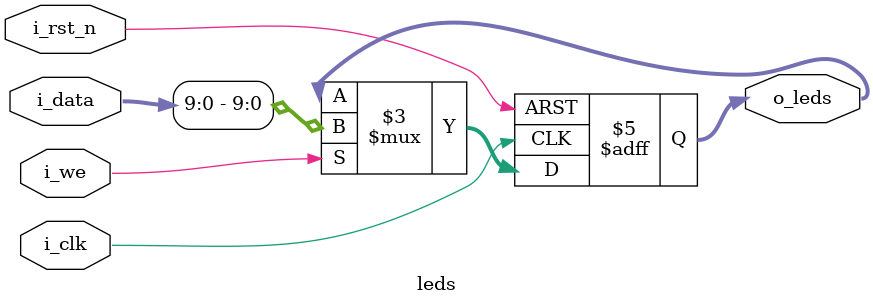
<source format=v>
module leds(i_clk, i_rst_n, i_we, i_data, o_leds);

input               i_clk;
input               i_rst_n;
input               i_we;
input       [31:0]  i_data;
output reg  [9:0]  o_leds;

always @(posedge i_clk, negedge i_rst_n)
    if (~i_rst_n)
        o_leds <= 0;
    else if (i_we)
        o_leds <= i_data[9:0];  

endmodule

</source>
